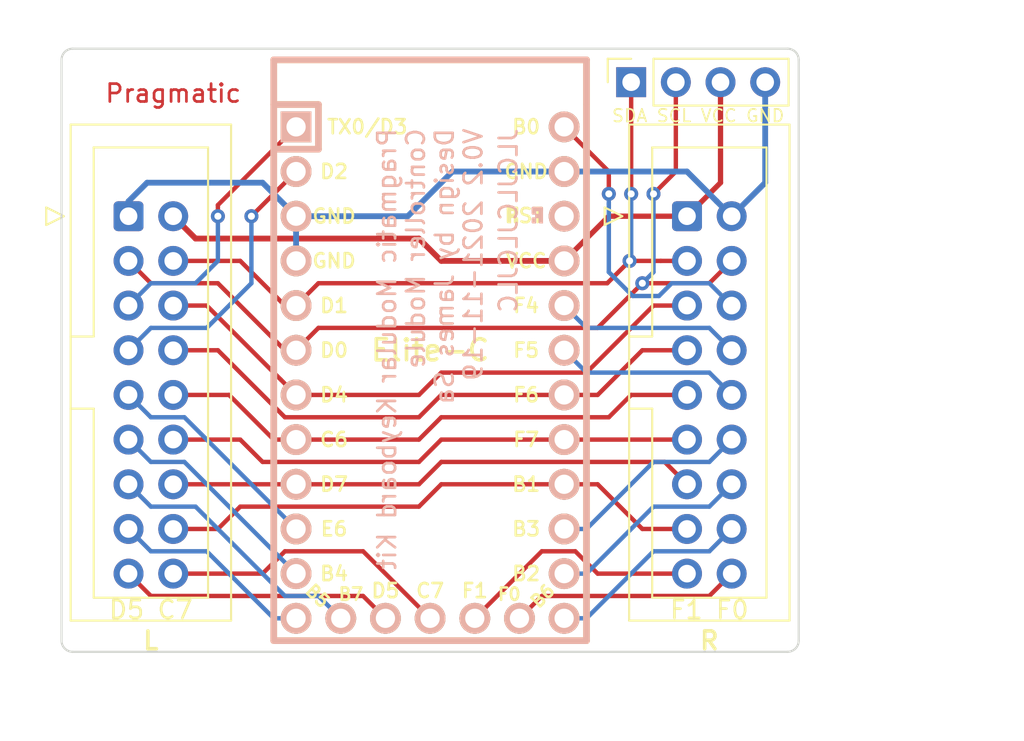
<source format=kicad_pcb>
(kicad_pcb (version 20171130) (host pcbnew "(5.1.12-1-10_14)")

  (general
    (thickness 1.6)
    (drawings 20)
    (tracks 163)
    (zones 0)
    (modules 6)
    (nets 27)
  )

  (page A4)
  (title_block
    (title "Pragmatic Kit - Brain Module")
    (date 2021-11-08)
    (rev V0.1)
    (company "James Sa")
  )

  (layers
    (0 F.Cu signal)
    (31 B.Cu signal)
    (32 B.Adhes user)
    (33 F.Adhes user)
    (34 B.Paste user)
    (35 F.Paste user)
    (36 B.SilkS user hide)
    (37 F.SilkS user hide)
    (38 B.Mask user)
    (39 F.Mask user)
    (40 Dwgs.User user)
    (41 Cmts.User user)
    (42 Eco1.User user)
    (43 Eco2.User user)
    (44 Edge.Cuts user)
    (45 Margin user)
    (46 B.CrtYd user)
    (47 F.CrtYd user)
    (48 B.Fab user)
    (49 F.Fab user)
  )

  (setup
    (last_trace_width 0.25)
    (trace_clearance 0.2)
    (zone_clearance 0.508)
    (zone_45_only no)
    (trace_min 0.2)
    (via_size 0.8)
    (via_drill 0.4)
    (via_min_size 0.4)
    (via_min_drill 0.3)
    (uvia_size 0.3)
    (uvia_drill 0.1)
    (uvias_allowed no)
    (uvia_min_size 0.2)
    (uvia_min_drill 0.1)
    (edge_width 0.12)
    (segment_width 0.12)
    (pcb_text_width 0.3)
    (pcb_text_size 1.5 1.5)
    (mod_edge_width 0.12)
    (mod_text_size 1 1)
    (mod_text_width 0.15)
    (pad_size 1.524 1.524)
    (pad_drill 0.762)
    (pad_to_mask_clearance 0)
    (aux_axis_origin 0 0)
    (visible_elements FFFFFF7F)
    (pcbplotparams
      (layerselection 0x010f0_ffffffff)
      (usegerberextensions true)
      (usegerberattributes true)
      (usegerberadvancedattributes false)
      (creategerberjobfile false)
      (excludeedgelayer true)
      (linewidth 0.100000)
      (plotframeref false)
      (viasonmask false)
      (mode 1)
      (useauxorigin false)
      (hpglpennumber 1)
      (hpglpenspeed 20)
      (hpglpendiameter 15.000000)
      (psnegative false)
      (psa4output false)
      (plotreference true)
      (plotvalue true)
      (plotinvisibletext false)
      (padsonsilk false)
      (subtractmaskfromsilk true)
      (outputformat 1)
      (mirror false)
      (drillshape 0)
      (scaleselection 1)
      (outputdirectory "Gerber/"))
  )

  (net 0 "")
  (net 1 Row1)
  (net 2 Col1)
  (net 3 VCC)
  (net 4 Col9)
  (net 5 Col8)
  (net 6 Col7)
  (net 7 Row3)
  (net 8 Row5)
  (net 9 Row6)
  (net 10 Row4)
  (net 11 Col6)
  (net 12 Col5)
  (net 13 Col4)
  (net 14 Col3)
  (net 15 Col2)
  (net 16 Row2)
  (net 17 Col12)
  (net 18 Col11)
  (net 19 Col10)
  (net 20 GND)
  (net 21 SDA)
  (net 22 SCL)
  (net 23 "Net-(J4-Pad2)")
  (net 24 "Net-(J4-Pad1)")
  (net 25 "Net-(J5-Pad2)")
  (net 26 "Net-(J5-Pad1)")

  (net_class Default "This is the default net class."
    (clearance 0.2)
    (trace_width 0.25)
    (via_dia 0.8)
    (via_drill 0.4)
    (uvia_dia 0.3)
    (uvia_drill 0.1)
    (add_net Col1)
    (add_net Col10)
    (add_net Col11)
    (add_net Col12)
    (add_net Col2)
    (add_net Col3)
    (add_net Col4)
    (add_net Col5)
    (add_net Col6)
    (add_net Col7)
    (add_net Col8)
    (add_net Col9)
    (add_net "Net-(J4-Pad1)")
    (add_net "Net-(J4-Pad2)")
    (add_net "Net-(J5-Pad1)")
    (add_net "Net-(J5-Pad2)")
    (add_net Row1)
    (add_net Row2)
    (add_net Row3)
    (add_net Row4)
    (add_net Row5)
    (add_net Row6)
    (add_net SCL)
    (add_net SDA)
  )

  (net_class Power ""
    (clearance 0.2)
    (trace_width 0.3302)
    (via_dia 0.8)
    (via_drill 0.4)
    (uvia_dia 0.3)
    (uvia_drill 0.1)
    (add_net GND)
    (add_net VCC)
  )

  (module Pragmatic:PinHolder_1x02_P2.54mm_Vertical (layer F.Cu) (tedit 61975EB8) (tstamp 6198E9E3)
    (at 154.305 74.93 90)
    (descr "Through hole straight pin holder, 1x02, 2.54mm pitch, single row")
    (tags "Through hole pin header THT 1x02 2.54mm single row")
    (path /619DB212)
    (fp_text reference J5 (at 0 -2.33 90) (layer F.SilkS) hide
      (effects (font (size 1 1) (thickness 0.15)))
    )
    (fp_text value Conn_01x02_Male (at 0 4.87 90) (layer F.Fab)
      (effects (font (size 1 1) (thickness 0.15)))
    )
    (fp_line (start -1.27 -0.635) (end -0.635 -1.27) (layer F.Fab) (width 0.1))
    (fp_line (start -1.27 3.81) (end -1.27 -0.635) (layer F.Fab) (width 0.1))
    (fp_line (start 1.27 3.81) (end -1.27 3.81) (layer F.Fab) (width 0.1))
    (fp_line (start 1.27 -1.27) (end 1.27 3.81) (layer F.Fab) (width 0.1))
    (fp_line (start -0.635 -1.27) (end 1.27 -1.27) (layer F.Fab) (width 0.1))
    (fp_text user %R (at 0 1.27) (layer F.Fab)
      (effects (font (size 1 1) (thickness 0.15)))
    )
    (pad 2 thru_hole oval (at 0 2.54 90) (size 1.7 1.7) (drill 1) (layers *.Cu *.Mask)
      (net 25 "Net-(J5-Pad2)"))
    (pad 1 thru_hole circle (at 0 0 90) (size 1.7 1.7) (drill 1) (layers *.Cu *.Mask)
      (net 26 "Net-(J5-Pad1)"))
    (model ${KISYS3DMOD}/Connector_PinHeader_2.54mm.3dshapes/PinHeader_1x02_P2.54mm_Vertical.wrl
      (at (xyz 0 0 0))
      (scale (xyz 1 1 1))
      (rotate (xyz 0 0 0))
    )
  )

  (module Pragmatic:PinHolder_1x02_P2.54mm_Vertical (layer F.Cu) (tedit 61975E6E) (tstamp 6198E9CD)
    (at 122.555 74.93 90)
    (descr "Through hole straight pin holder, 1x02, 2.54mm pitch, single row")
    (tags "Through hole pin header THT 1x02 2.54mm single row")
    (path /619D981A)
    (fp_text reference J4 (at 0 -2.33 90) (layer F.SilkS) hide
      (effects (font (size 1 1) (thickness 0.15)))
    )
    (fp_text value Conn_01x02_Male (at 0 4.87 90) (layer F.Fab)
      (effects (font (size 1 1) (thickness 0.15)))
    )
    (fp_line (start -0.635 -1.27) (end 1.27 -1.27) (layer F.Fab) (width 0.1))
    (fp_line (start 1.27 -1.27) (end 1.27 3.81) (layer F.Fab) (width 0.1))
    (fp_line (start 1.27 3.81) (end -1.27 3.81) (layer F.Fab) (width 0.1))
    (fp_line (start -1.27 3.81) (end -1.27 -0.635) (layer F.Fab) (width 0.1))
    (fp_line (start -1.27 -0.635) (end -0.635 -1.27) (layer F.Fab) (width 0.1))
    (fp_text user %R (at 0 1.27) (layer F.Fab)
      (effects (font (size 1 1) (thickness 0.15)))
    )
    (pad 2 thru_hole oval (at 0 2.54 90) (size 1.7 1.7) (drill 1) (layers *.Cu *.Mask)
      (net 23 "Net-(J4-Pad2)"))
    (pad 1 thru_hole circle (at 0 0 90) (size 1.7 1.7) (drill 1) (layers *.Cu *.Mask)
      (net 24 "Net-(J4-Pad1)"))
    (model ${KISYS3DMOD}/Connector_PinHeader_2.54mm.3dshapes/PinHeader_1x02_P2.54mm_Vertical.wrl
      (at (xyz 0 0 0))
      (scale (xyz 1 1 1))
      (rotate (xyz 0 0 0))
    )
  )

  (module Connector_IDC:IDC-Header_2x08_P2.54mm_Vertical (layer F.Cu) (tedit 5EAC9A07) (tstamp 61864491)
    (at 154.305 54.61)
    (descr "Through hole IDC box header, 2x08, 2.54mm pitch, DIN 41651 / IEC 60603-13, double rows, https://docs.google.com/spreadsheets/d/16SsEcesNF15N3Lb4niX7dcUr-NY5_MFPQhobNuNppn4/edit#gid=0")
    (tags "Through hole vertical IDC box header THT 2x08 2.54mm double row")
    (path /618692F3)
    (fp_text reference J2 (at 1.27 -6.1) (layer F.SilkS) hide
      (effects (font (size 1 1) (thickness 0.15)))
    )
    (fp_text value "2X8P IDC Connector Header Pitch 2.54mm" (at 1.27 24.13) (layer Cmts.User) hide
      (effects (font (size 1.27 1.27) (thickness 0.2032)))
    )
    (fp_line (start -3.18 -4.1) (end -2.18 -5.1) (layer F.Fab) (width 0.1))
    (fp_line (start -2.18 -5.1) (end 5.72 -5.1) (layer F.Fab) (width 0.1))
    (fp_line (start 5.72 -5.1) (end 5.72 22.88) (layer F.Fab) (width 0.1))
    (fp_line (start 5.72 22.88) (end -3.18 22.88) (layer F.Fab) (width 0.1))
    (fp_line (start -3.18 22.88) (end -3.18 -4.1) (layer F.Fab) (width 0.1))
    (fp_line (start -3.18 6.84) (end -1.98 6.84) (layer F.Fab) (width 0.1))
    (fp_line (start -1.98 6.84) (end -1.98 -3.91) (layer F.Fab) (width 0.1))
    (fp_line (start -1.98 -3.91) (end 4.52 -3.91) (layer F.Fab) (width 0.1))
    (fp_line (start 4.52 -3.91) (end 4.52 21.69) (layer F.Fab) (width 0.1))
    (fp_line (start 4.52 21.69) (end -1.98 21.69) (layer F.Fab) (width 0.1))
    (fp_line (start -1.98 21.69) (end -1.98 10.94) (layer F.Fab) (width 0.1))
    (fp_line (start -1.98 10.94) (end -1.98 10.94) (layer F.Fab) (width 0.1))
    (fp_line (start -1.98 10.94) (end -3.18 10.94) (layer F.Fab) (width 0.1))
    (fp_line (start -3.29 -5.21) (end 5.83 -5.21) (layer F.SilkS) (width 0.12))
    (fp_line (start 5.83 -5.21) (end 5.83 22.99) (layer F.SilkS) (width 0.12))
    (fp_line (start 5.83 22.99) (end -3.29 22.99) (layer F.SilkS) (width 0.12))
    (fp_line (start -3.29 22.99) (end -3.29 -5.21) (layer F.SilkS) (width 0.12))
    (fp_line (start -3.29 6.84) (end -1.98 6.84) (layer F.SilkS) (width 0.12))
    (fp_line (start -1.98 6.84) (end -1.98 -3.91) (layer F.SilkS) (width 0.12))
    (fp_line (start -1.98 -3.91) (end 4.52 -3.91) (layer F.SilkS) (width 0.12))
    (fp_line (start 4.52 -3.91) (end 4.52 21.69) (layer F.SilkS) (width 0.12))
    (fp_line (start 4.52 21.69) (end -1.98 21.69) (layer F.SilkS) (width 0.12))
    (fp_line (start -1.98 21.69) (end -1.98 10.94) (layer F.SilkS) (width 0.12))
    (fp_line (start -1.98 10.94) (end -1.98 10.94) (layer F.SilkS) (width 0.12))
    (fp_line (start -1.98 10.94) (end -3.29 10.94) (layer F.SilkS) (width 0.12))
    (fp_line (start -3.68 0) (end -4.68 -0.5) (layer F.SilkS) (width 0.12))
    (fp_line (start -4.68 -0.5) (end -4.68 0.5) (layer F.SilkS) (width 0.12))
    (fp_line (start -4.68 0.5) (end -3.68 0) (layer F.SilkS) (width 0.12))
    (fp_line (start -3.68 -5.6) (end -3.68 23.38) (layer F.CrtYd) (width 0.05))
    (fp_line (start -3.68 23.38) (end 6.22 23.38) (layer F.CrtYd) (width 0.05))
    (fp_line (start 6.22 23.38) (end 6.22 -5.6) (layer F.CrtYd) (width 0.05))
    (fp_line (start 6.22 -5.6) (end -3.68 -5.6) (layer F.CrtYd) (width 0.05))
    (fp_text user %R (at 1.27 8.89 90) (layer F.Fab)
      (effects (font (size 1 1) (thickness 0.15)))
    )
    (pad 16 thru_hole circle (at 2.54 17.78) (size 1.7 1.7) (drill 1) (layers *.Cu *.Mask)
      (net 6 Col7))
    (pad 14 thru_hole circle (at 2.54 15.24) (size 1.7 1.7) (drill 1) (layers *.Cu *.Mask)
      (net 5 Col8))
    (pad 12 thru_hole circle (at 2.54 12.7) (size 1.7 1.7) (drill 1) (layers *.Cu *.Mask)
      (net 4 Col9))
    (pad 10 thru_hole circle (at 2.54 10.16) (size 1.7 1.7) (drill 1) (layers *.Cu *.Mask)
      (net 19 Col10))
    (pad 8 thru_hole circle (at 2.54 7.62) (size 1.7 1.7) (drill 1) (layers *.Cu *.Mask)
      (net 18 Col11))
    (pad 6 thru_hole circle (at 2.54 5.08) (size 1.7 1.7) (drill 1) (layers *.Cu *.Mask)
      (net 17 Col12))
    (pad 4 thru_hole circle (at 2.54 2.54) (size 1.7 1.7) (drill 1) (layers *.Cu *.Mask)
      (net 22 SCL))
    (pad 2 thru_hole circle (at 2.54 0) (size 1.7 1.7) (drill 1) (layers *.Cu *.Mask)
      (net 20 GND))
    (pad 15 thru_hole circle (at 0 17.78) (size 1.7 1.7) (drill 1) (layers *.Cu *.Mask)
      (net 9 Row6))
    (pad 13 thru_hole circle (at 0 15.24) (size 1.7 1.7) (drill 1) (layers *.Cu *.Mask)
      (net 8 Row5))
    (pad 11 thru_hole circle (at 0 12.7) (size 1.7 1.7) (drill 1) (layers *.Cu *.Mask)
      (net 10 Row4))
    (pad 9 thru_hole circle (at 0 10.16) (size 1.7 1.7) (drill 1) (layers *.Cu *.Mask)
      (net 7 Row3))
    (pad 7 thru_hole circle (at 0 7.62) (size 1.7 1.7) (drill 1) (layers *.Cu *.Mask)
      (net 16 Row2))
    (pad 5 thru_hole circle (at 0 5.08) (size 1.7 1.7) (drill 1) (layers *.Cu *.Mask)
      (net 1 Row1))
    (pad 3 thru_hole circle (at 0 2.54) (size 1.7 1.7) (drill 1) (layers *.Cu *.Mask)
      (net 21 SDA))
    (pad 1 thru_hole roundrect (at 0 0) (size 1.7 1.7) (drill 1) (layers *.Cu *.Mask) (roundrect_rratio 0.147059)
      (net 3 VCC))
    (model ${KISYS3DMOD}/Connector_IDC.3dshapes/IDC-Header_2x08_P2.54mm_Vertical.wrl
      (at (xyz 0 0 0))
      (scale (xyz 1 1 1))
      (rotate (xyz 0 0 0))
    )
  )

  (module Connector_IDC:IDC-Header_2x08_P2.54mm_Vertical (layer F.Cu) (tedit 5EAC9A07) (tstamp 6186445E)
    (at 122.555 54.61)
    (descr "Through hole IDC box header, 2x08, 2.54mm pitch, DIN 41651 / IEC 60603-13, double rows, https://docs.google.com/spreadsheets/d/16SsEcesNF15N3Lb4niX7dcUr-NY5_MFPQhobNuNppn4/edit#gid=0")
    (tags "Through hole vertical IDC box header THT 2x08 2.54mm double row")
    (path /61867C1C)
    (fp_text reference J1 (at 1.27 -6.1) (layer F.SilkS) hide
      (effects (font (size 1 1) (thickness 0.15)))
    )
    (fp_text value "2X8P IDC Connector Header Pitch 2.54mm" (at 1.27 24.13) (layer Cmts.User) hide
      (effects (font (size 1.27 1.27) (thickness 0.2032)))
    )
    (fp_line (start -3.18 -4.1) (end -2.18 -5.1) (layer F.Fab) (width 0.1))
    (fp_line (start -2.18 -5.1) (end 5.72 -5.1) (layer F.Fab) (width 0.1))
    (fp_line (start 5.72 -5.1) (end 5.72 22.88) (layer F.Fab) (width 0.1))
    (fp_line (start 5.72 22.88) (end -3.18 22.88) (layer F.Fab) (width 0.1))
    (fp_line (start -3.18 22.88) (end -3.18 -4.1) (layer F.Fab) (width 0.1))
    (fp_line (start -3.18 6.84) (end -1.98 6.84) (layer F.Fab) (width 0.1))
    (fp_line (start -1.98 6.84) (end -1.98 -3.91) (layer F.Fab) (width 0.1))
    (fp_line (start -1.98 -3.91) (end 4.52 -3.91) (layer F.Fab) (width 0.1))
    (fp_line (start 4.52 -3.91) (end 4.52 21.69) (layer F.Fab) (width 0.1))
    (fp_line (start 4.52 21.69) (end -1.98 21.69) (layer F.Fab) (width 0.1))
    (fp_line (start -1.98 21.69) (end -1.98 10.94) (layer F.Fab) (width 0.1))
    (fp_line (start -1.98 10.94) (end -1.98 10.94) (layer F.Fab) (width 0.1))
    (fp_line (start -1.98 10.94) (end -3.18 10.94) (layer F.Fab) (width 0.1))
    (fp_line (start -3.29 -5.21) (end 5.83 -5.21) (layer F.SilkS) (width 0.12))
    (fp_line (start 5.83 -5.21) (end 5.83 22.99) (layer F.SilkS) (width 0.12))
    (fp_line (start 5.83 22.99) (end -3.29 22.99) (layer F.SilkS) (width 0.12))
    (fp_line (start -3.29 22.99) (end -3.29 -5.21) (layer F.SilkS) (width 0.12))
    (fp_line (start -3.29 6.84) (end -1.98 6.84) (layer F.SilkS) (width 0.12))
    (fp_line (start -1.98 6.84) (end -1.98 -3.91) (layer F.SilkS) (width 0.12))
    (fp_line (start -1.98 -3.91) (end 4.52 -3.91) (layer F.SilkS) (width 0.12))
    (fp_line (start 4.52 -3.91) (end 4.52 21.69) (layer F.SilkS) (width 0.12))
    (fp_line (start 4.52 21.69) (end -1.98 21.69) (layer F.SilkS) (width 0.12))
    (fp_line (start -1.98 21.69) (end -1.98 10.94) (layer F.SilkS) (width 0.12))
    (fp_line (start -1.98 10.94) (end -1.98 10.94) (layer F.SilkS) (width 0.12))
    (fp_line (start -1.98 10.94) (end -3.29 10.94) (layer F.SilkS) (width 0.12))
    (fp_line (start -3.68 0) (end -4.68 -0.5) (layer F.SilkS) (width 0.12))
    (fp_line (start -4.68 -0.5) (end -4.68 0.5) (layer F.SilkS) (width 0.12))
    (fp_line (start -4.68 0.5) (end -3.68 0) (layer F.SilkS) (width 0.12))
    (fp_line (start -3.68 -5.6) (end -3.68 23.38) (layer F.CrtYd) (width 0.05))
    (fp_line (start -3.68 23.38) (end 6.22 23.38) (layer F.CrtYd) (width 0.05))
    (fp_line (start 6.22 23.38) (end 6.22 -5.6) (layer F.CrtYd) (width 0.05))
    (fp_line (start 6.22 -5.6) (end -3.68 -5.6) (layer F.CrtYd) (width 0.05))
    (fp_text user %R (at 1.27 8.89 90) (layer F.Fab)
      (effects (font (size 1 1) (thickness 0.15)))
    )
    (pad 16 thru_hole circle (at 2.54 17.78) (size 1.7 1.7) (drill 1) (layers *.Cu *.Mask)
      (net 9 Row6))
    (pad 14 thru_hole circle (at 2.54 15.24) (size 1.7 1.7) (drill 1) (layers *.Cu *.Mask)
      (net 8 Row5))
    (pad 12 thru_hole circle (at 2.54 12.7) (size 1.7 1.7) (drill 1) (layers *.Cu *.Mask)
      (net 10 Row4))
    (pad 10 thru_hole circle (at 2.54 10.16) (size 1.7 1.7) (drill 1) (layers *.Cu *.Mask)
      (net 7 Row3))
    (pad 8 thru_hole circle (at 2.54 7.62) (size 1.7 1.7) (drill 1) (layers *.Cu *.Mask)
      (net 16 Row2))
    (pad 6 thru_hole circle (at 2.54 5.08) (size 1.7 1.7) (drill 1) (layers *.Cu *.Mask)
      (net 1 Row1))
    (pad 4 thru_hole circle (at 2.54 2.54) (size 1.7 1.7) (drill 1) (layers *.Cu *.Mask)
      (net 21 SDA))
    (pad 2 thru_hole circle (at 2.54 0) (size 1.7 1.7) (drill 1) (layers *.Cu *.Mask)
      (net 3 VCC))
    (pad 15 thru_hole circle (at 0 17.78) (size 1.7 1.7) (drill 1) (layers *.Cu *.Mask)
      (net 11 Col6))
    (pad 13 thru_hole circle (at 0 15.24) (size 1.7 1.7) (drill 1) (layers *.Cu *.Mask)
      (net 12 Col5))
    (pad 11 thru_hole circle (at 0 12.7) (size 1.7 1.7) (drill 1) (layers *.Cu *.Mask)
      (net 13 Col4))
    (pad 9 thru_hole circle (at 0 10.16) (size 1.7 1.7) (drill 1) (layers *.Cu *.Mask)
      (net 14 Col3))
    (pad 7 thru_hole circle (at 0 7.62) (size 1.7 1.7) (drill 1) (layers *.Cu *.Mask)
      (net 15 Col2))
    (pad 5 thru_hole circle (at 0 5.08) (size 1.7 1.7) (drill 1) (layers *.Cu *.Mask)
      (net 2 Col1))
    (pad 3 thru_hole circle (at 0 2.54) (size 1.7 1.7) (drill 1) (layers *.Cu *.Mask)
      (net 22 SCL))
    (pad 1 thru_hole roundrect (at 0 0) (size 1.7 1.7) (drill 1) (layers *.Cu *.Mask) (roundrect_rratio 0.147059)
      (net 20 GND))
    (model ${KISYS3DMOD}/Connector_IDC.3dshapes/IDC-Header_2x08_P2.54mm_Vertical.wrl
      (at (xyz 0 0 0))
      (scale (xyz 1 1 1))
      (rotate (xyz 0 0 0))
    )
  )

  (module Pragmatic:Elite-C (layer F.Cu) (tedit 61971A28) (tstamp 619724AA)
    (at 139.7 63.5 270)
    (descr "B5 fixed")
    (path /61971BB3)
    (fp_text reference U1 (at 0 1.625 270) (layer F.SilkS) hide
      (effects (font (size 1.2 1.2) (thickness 0.2032)))
    )
    (fp_text value Elite-C (at -1.27 0) (layer F.SilkS)
      (effects (font (size 1.2 1.2) (thickness 0.2032)))
    )
    (fp_line (start -12.7 6.35) (end -12.7 8.89) (layer B.SilkS) (width 0.381))
    (fp_line (start -15.24 6.35) (end -12.7 6.35) (layer B.SilkS) (width 0.381))
    (fp_line (start -15.24 8.89) (end 15.24 8.89) (layer F.SilkS) (width 0.381))
    (fp_line (start 15.24 8.89) (end 15.24 -8.89) (layer F.SilkS) (width 0.381))
    (fp_line (start 15.24 -8.89) (end -15.24 -8.89) (layer F.SilkS) (width 0.381))
    (fp_line (start -15.24 6.35) (end -12.7 6.35) (layer F.SilkS) (width 0.381))
    (fp_line (start -12.7 6.35) (end -12.7 8.89) (layer F.SilkS) (width 0.381))
    (fp_poly (pts (xy -9.36064 -4.931568) (xy -9.06064 -4.931568) (xy -9.06064 -4.831568) (xy -9.36064 -4.831568)) (layer F.SilkS) (width 0.15))
    (fp_poly (pts (xy -8.96064 -4.731568) (xy -8.86064 -4.731568) (xy -8.86064 -4.631568) (xy -8.96064 -4.631568)) (layer F.SilkS) (width 0.15))
    (fp_poly (pts (xy -9.36064 -4.931568) (xy -9.26064 -4.931568) (xy -9.26064 -4.431568) (xy -9.36064 -4.431568)) (layer F.SilkS) (width 0.15))
    (fp_poly (pts (xy -9.36064 -4.531568) (xy -8.56064 -4.531568) (xy -8.56064 -4.431568) (xy -9.36064 -4.431568)) (layer F.SilkS) (width 0.15))
    (fp_poly (pts (xy -8.76064 -4.931568) (xy -8.56064 -4.931568) (xy -8.56064 -4.831568) (xy -8.76064 -4.831568)) (layer F.SilkS) (width 0.15))
    (fp_poly (pts (xy -8.95097 -6.044635) (xy -8.85097 -6.044635) (xy -8.85097 -6.144635) (xy -8.95097 -6.144635)) (layer B.SilkS) (width 0.15))
    (fp_poly (pts (xy -9.35097 -6.244635) (xy -8.55097 -6.244635) (xy -8.55097 -6.344635) (xy -9.35097 -6.344635)) (layer B.SilkS) (width 0.15))
    (fp_poly (pts (xy -8.75097 -5.844635) (xy -8.55097 -5.844635) (xy -8.55097 -5.944635) (xy -8.75097 -5.944635)) (layer B.SilkS) (width 0.15))
    (fp_poly (pts (xy -9.35097 -5.844635) (xy -9.05097 -5.844635) (xy -9.05097 -5.944635) (xy -9.35097 -5.944635)) (layer B.SilkS) (width 0.15))
    (fp_poly (pts (xy -9.35097 -5.844635) (xy -9.25097 -5.844635) (xy -9.25097 -6.344635) (xy -9.35097 -6.344635)) (layer B.SilkS) (width 0.15))
    (fp_line (start 15.24 -8.89) (end -17.78 -8.89) (layer B.SilkS) (width 0.381))
    (fp_line (start 15.24 8.89) (end 15.24 -8.89) (layer B.SilkS) (width 0.381))
    (fp_line (start -17.78 8.89) (end 15.24 8.89) (layer B.SilkS) (width 0.381))
    (fp_line (start -17.78 -8.89) (end -17.78 8.89) (layer B.SilkS) (width 0.381))
    (fp_line (start -15.24 -8.89) (end -17.78 -8.89) (layer F.SilkS) (width 0.381))
    (fp_line (start -17.78 -8.89) (end -17.78 8.89) (layer F.SilkS) (width 0.381))
    (fp_line (start -17.78 8.89) (end -15.24 8.89) (layer F.SilkS) (width 0.381))
    (fp_line (start -14.224 -3.556) (end -14.224 3.81) (layer Dwgs.User) (width 0.2))
    (fp_line (start -14.224 3.81) (end -19.304 3.81) (layer Dwgs.User) (width 0.2))
    (fp_line (start -19.304 3.81) (end -19.304 -3.556) (layer Dwgs.User) (width 0.2))
    (fp_line (start -19.304 -3.556) (end -14.224 -3.556) (layer Dwgs.User) (width 0.2))
    (fp_line (start -15.24 6.35) (end -15.24 8.89) (layer B.SilkS) (width 0.381))
    (fp_line (start -15.24 6.35) (end -15.24 8.89) (layer F.SilkS) (width 0.381))
    (fp_text user D5 (at 12.4 2.54 180) (layer B.SilkS) hide
      (effects (font (size 0.8 0.8) (thickness 0.15)) (justify mirror))
    )
    (fp_text user D5 (at 12.4 2.54 180) (layer F.SilkS)
      (effects (font (size 0.8 0.8) (thickness 0.15)))
    )
    (fp_text user F1 (at 12.4 -2.54 180) (layer F.SilkS)
      (effects (font (size 0.8 0.8) (thickness 0.15)))
    )
    (fp_text user F1 (at 12.4 -2.54 180) (layer B.SilkS) hide
      (effects (font (size 0.8 0.8) (thickness 0.15)) (justify mirror))
    )
    (fp_text user C7 (at 12.4 0 180) (layer B.SilkS) hide
      (effects (font (size 0.8 0.8) (thickness 0.15)) (justify mirror))
    )
    (fp_text user C7 (at 12.4 0 180) (layer F.SilkS)
      (effects (font (size 0.8 0.8) (thickness 0.15)))
    )
    (fp_text user B6 (at 12.7 -6.4 45 unlocked) (layer B.SilkS) hide
      (effects (font (size 0.7 0.7) (thickness 0.15)) (justify mirror))
    )
    (fp_text user B6 (at 12.7 -6.4 45 unlocked) (layer F.SilkS)
      (effects (font (size 0.7 0.7) (thickness 0.15)))
    )
    (fp_text user F0 (at 12.6 -4.5 180) (layer F.SilkS)
      (effects (font (size 0.7 0.7) (thickness 0.15)))
    )
    (fp_text user F0 (at 12.6 -4.5 180) (layer B.SilkS) hide
      (effects (font (size 0.7 0.7) (thickness 0.15)) (justify mirror))
    )
    (fp_text user B7 (at 12.6 4.5 180) (layer B.SilkS) hide
      (effects (font (size 0.7 0.7) (thickness 0.15)) (justify mirror))
    )
    (fp_text user B7 (at 12.6 4.5 180) (layer F.SilkS)
      (effects (font (size 0.7 0.7) (thickness 0.15)))
    )
    (fp_text user ST (at -8.91 -5.04 180) (layer B.SilkS) hide
      (effects (font (size 0.8 0.8) (thickness 0.15)) (justify mirror))
    )
    (fp_text user TX0/D3 (at -13.97 3.571872 180) (layer F.SilkS)
      (effects (font (size 0.8 0.8) (thickness 0.15)))
    )
    (fp_text user TX0/D3 (at -13.97 3.571872 180) (layer B.SilkS) hide
      (effects (font (size 0.8 0.8) (thickness 0.15)) (justify mirror))
    )
    (fp_text user D2 (at -11.43 5.461 180) (layer F.SilkS)
      (effects (font (size 0.8 0.8) (thickness 0.15)))
    )
    (fp_text user D0 (at -1.27 5.461 180) (layer F.SilkS)
      (effects (font (size 0.8 0.8) (thickness 0.15)))
    )
    (fp_text user D1 (at -3.81 5.461 180) (layer F.SilkS)
      (effects (font (size 0.8 0.8) (thickness 0.15)))
    )
    (fp_text user GND (at -6.35 5.461 180) (layer F.SilkS)
      (effects (font (size 0.8 0.8) (thickness 0.15)))
    )
    (fp_text user GND (at -8.89 5.461 180) (layer F.SilkS)
      (effects (font (size 0.8 0.8) (thickness 0.15)))
    )
    (fp_text user D4 (at 1.27 5.461 180) (layer F.SilkS)
      (effects (font (size 0.8 0.8) (thickness 0.15)))
    )
    (fp_text user C6 (at 3.81 5.461 180) (layer F.SilkS)
      (effects (font (size 0.8 0.8) (thickness 0.15)))
    )
    (fp_text user D7 (at 6.35 5.461 180) (layer F.SilkS)
      (effects (font (size 0.8 0.8) (thickness 0.15)))
    )
    (fp_text user E6 (at 8.89 5.461 180) (layer F.SilkS)
      (effects (font (size 0.8 0.8) (thickness 0.15)))
    )
    (fp_text user B4 (at 11.43 5.461 180) (layer F.SilkS)
      (effects (font (size 0.8 0.8) (thickness 0.15)))
    )
    (fp_text user B5 (at 12.7 6.4 135) (layer F.SilkS)
      (effects (font (size 0.7 0.7) (thickness 0.15)))
    )
    (fp_text user B2 (at 11.43 -5.461 180) (layer B.SilkS) hide
      (effects (font (size 0.8 0.8) (thickness 0.15)) (justify mirror))
    )
    (fp_text user B3 (at 8.89 -5.461 180) (layer F.SilkS)
      (effects (font (size 0.8 0.8) (thickness 0.15)))
    )
    (fp_text user B1 (at 6.35 -5.461 180) (layer F.SilkS)
      (effects (font (size 0.8 0.8) (thickness 0.15)))
    )
    (fp_text user F7 (at 3.81 -5.461 180) (layer B.SilkS) hide
      (effects (font (size 0.8 0.8) (thickness 0.15)) (justify mirror))
    )
    (fp_text user F6 (at 1.27 -5.461 180) (layer B.SilkS) hide
      (effects (font (size 0.8 0.8) (thickness 0.15)) (justify mirror))
    )
    (fp_text user F5 (at -1.27 -5.461 180) (layer B.SilkS) hide
      (effects (font (size 0.8 0.8) (thickness 0.15)) (justify mirror))
    )
    (fp_text user F4 (at -3.81 -5.461 180) (layer F.SilkS)
      (effects (font (size 0.8 0.8) (thickness 0.15)))
    )
    (fp_text user VCC (at -6.35 -5.461 180) (layer F.SilkS)
      (effects (font (size 0.8 0.8) (thickness 0.15)))
    )
    (fp_text user ST (at -8.92 -5.73312 180) (layer F.SilkS)
      (effects (font (size 0.8 0.8) (thickness 0.15)))
    )
    (fp_text user GND (at -11.43 -5.461 180) (layer F.SilkS)
      (effects (font (size 0.8 0.8) (thickness 0.15)))
    )
    (fp_text user B0 (at -13.97 -5.461 180) (layer F.SilkS)
      (effects (font (size 0.8 0.8) (thickness 0.15)))
    )
    (fp_text user B0 (at -13.97 -5.461 180) (layer B.SilkS) hide
      (effects (font (size 0.8 0.8) (thickness 0.15)) (justify mirror))
    )
    (fp_text user GND (at -11.43 -5.461 180) (layer B.SilkS) hide
      (effects (font (size 0.8 0.8) (thickness 0.15)) (justify mirror))
    )
    (fp_text user VCC (at -6.35 -5.461 180) (layer B.SilkS) hide
      (effects (font (size 0.8 0.8) (thickness 0.15)) (justify mirror))
    )
    (fp_text user F4 (at -3.81 -5.461 180) (layer B.SilkS) hide
      (effects (font (size 0.8 0.8) (thickness 0.15)) (justify mirror))
    )
    (fp_text user F5 (at -1.27 -5.461 180) (layer F.SilkS)
      (effects (font (size 0.8 0.8) (thickness 0.15)))
    )
    (fp_text user F6 (at 1.27 -5.461 180) (layer F.SilkS)
      (effects (font (size 0.8 0.8) (thickness 0.15)))
    )
    (fp_text user F7 (at 3.81 -5.461 180) (layer F.SilkS)
      (effects (font (size 0.8 0.8) (thickness 0.15)))
    )
    (fp_text user B1 (at 6.35 -5.461 180) (layer B.SilkS) hide
      (effects (font (size 0.8 0.8) (thickness 0.15)) (justify mirror))
    )
    (fp_text user B3 (at 8.89 -5.461 180) (layer B.SilkS) hide
      (effects (font (size 0.8 0.8) (thickness 0.15)) (justify mirror))
    )
    (fp_text user B2 (at 11.43 -5.461 180) (layer F.SilkS)
      (effects (font (size 0.8 0.8) (thickness 0.15)))
    )
    (fp_text user B5 (at 12.7 6.4 135) (layer B.SilkS) hide
      (effects (font (size 0.7 0.7) (thickness 0.15)) (justify mirror))
    )
    (fp_text user B4 (at 11.43 5.461 180) (layer B.SilkS) hide
      (effects (font (size 0.8 0.8) (thickness 0.15)) (justify mirror))
    )
    (fp_text user E6 (at 8.89 5.461 180) (layer B.SilkS) hide
      (effects (font (size 0.8 0.8) (thickness 0.15)) (justify mirror))
    )
    (fp_text user D7 (at 6.35 5.461 180) (layer B.SilkS) hide
      (effects (font (size 0.8 0.8) (thickness 0.15)) (justify mirror))
    )
    (fp_text user C6 (at 3.81 5.461 180) (layer B.SilkS) hide
      (effects (font (size 0.8 0.8) (thickness 0.15)) (justify mirror))
    )
    (fp_text user D4 (at 1.27 5.461 180) (layer B.SilkS) hide
      (effects (font (size 0.8 0.8) (thickness 0.15)) (justify mirror))
    )
    (fp_text user GND (at -8.89 5.461 180) (layer B.SilkS) hide
      (effects (font (size 0.8 0.8) (thickness 0.15)) (justify mirror))
    )
    (fp_text user GND (at -6.35 5.461 180) (layer B.SilkS) hide
      (effects (font (size 0.8 0.8) (thickness 0.15)) (justify mirror))
    )
    (fp_text user D1 (at -3.81 5.461 180) (layer B.SilkS) hide
      (effects (font (size 0.8 0.8) (thickness 0.15)) (justify mirror))
    )
    (fp_text user D0 (at -1.27 5.461 180) (layer B.SilkS) hide
      (effects (font (size 0.8 0.8) (thickness 0.15)) (justify mirror))
    )
    (fp_text user D2 (at -11.43 5.461 180) (layer B.SilkS) hide
      (effects (font (size 0.8 0.8) (thickness 0.15)) (justify mirror))
    )
    (pad 25 thru_hole circle (at 13.97 5.08 270) (size 1.7526 1.7526) (drill 1.0922) (layers *.Cu *.SilkS *.Mask)
      (net 12 Col5))
    (pad 26 thru_hole circle (at 13.97 2.54 270) (size 1.7526 1.7526) (drill 1.0922) (layers *.Cu *.SilkS *.Mask)
      (net 24 "Net-(J4-Pad1)"))
    (pad 27 thru_hole circle (at 13.97 0 270) (size 1.7526 1.7526) (drill 1.0922) (layers *.Cu *.SilkS *.Mask)
      (net 23 "Net-(J4-Pad2)"))
    (pad 28 thru_hole circle (at 13.97 -2.54 270) (size 1.7526 1.7526) (drill 1.0922) (layers *.Cu *.SilkS *.Mask)
      (net 26 "Net-(J5-Pad1)"))
    (pad 29 thru_hole circle (at 13.97 -5.08 270) (size 1.7526 1.7526) (drill 1.0922) (layers *.Cu *.SilkS *.Mask)
      (net 25 "Net-(J5-Pad2)"))
    (pad 24 thru_hole circle (at -13.97 -7.62 270) (size 1.7526 1.7526) (drill 1.0922) (layers *.Cu *.SilkS *.Mask)
      (net 17 Col12))
    (pad 12 thru_hole circle (at 13.97 7.62 270) (size 1.7526 1.7526) (drill 1.0922) (layers *.Cu *.SilkS *.Mask)
      (net 11 Col6))
    (pad 23 thru_hole circle (at -11.43 -7.62 270) (size 1.7526 1.7526) (drill 1.0922) (layers *.Cu *.SilkS *.Mask)
      (net 20 GND))
    (pad 22 thru_hole circle (at -8.89 -7.62 270) (size 1.7526 1.7526) (drill 1.0922) (layers *.Cu *.SilkS *.Mask))
    (pad 21 thru_hole circle (at -6.35 -7.62 270) (size 1.7526 1.7526) (drill 1.0922) (layers *.Cu *.SilkS *.Mask)
      (net 3 VCC))
    (pad 20 thru_hole circle (at -3.81 -7.62 270) (size 1.7526 1.7526) (drill 1.0922) (layers *.Cu *.SilkS *.Mask)
      (net 18 Col11))
    (pad 19 thru_hole circle (at -1.27 -7.62 270) (size 1.7526 1.7526) (drill 1.0922) (layers *.Cu *.SilkS *.Mask)
      (net 19 Col10))
    (pad 18 thru_hole circle (at 1.27 -7.62 270) (size 1.7526 1.7526) (drill 1.0922) (layers *.Cu *.SilkS *.Mask)
      (net 16 Row2))
    (pad 17 thru_hole circle (at 3.81 -7.62 270) (size 1.7526 1.7526) (drill 1.0922) (layers *.Cu *.SilkS *.Mask)
      (net 10 Row4))
    (pad 16 thru_hole circle (at 6.35 -7.62 270) (size 1.7526 1.7526) (drill 1.0922) (layers *.Cu *.SilkS *.Mask)
      (net 9 Row6))
    (pad 15 thru_hole circle (at 8.89 -7.62 270) (size 1.7526 1.7526) (drill 1.0922) (layers *.Cu *.SilkS *.Mask)
      (net 4 Col9))
    (pad 14 thru_hole circle (at 11.43 -7.62 270) (size 1.7526 1.7526) (drill 1.0922) (layers *.Cu *.SilkS *.Mask)
      (net 5 Col8))
    (pad 13 thru_hole circle (at 13.97 -7.62 270) (size 1.7526 1.7526) (drill 1.0922) (layers *.Cu *.SilkS *.Mask)
      (net 6 Col7))
    (pad 11 thru_hole circle (at 11.43 7.62 270) (size 1.7526 1.7526) (drill 1.0922) (layers *.Cu *.SilkS *.Mask)
      (net 13 Col4))
    (pad 10 thru_hole circle (at 8.89 7.62 270) (size 1.7526 1.7526) (drill 1.0922) (layers *.Cu *.SilkS *.Mask)
      (net 14 Col3))
    (pad 9 thru_hole circle (at 6.35 7.62 270) (size 1.7526 1.7526) (drill 1.0922) (layers *.Cu *.SilkS *.Mask)
      (net 8 Row5))
    (pad 8 thru_hole circle (at 3.81 7.62 270) (size 1.7526 1.7526) (drill 1.0922) (layers *.Cu *.SilkS *.Mask)
      (net 7 Row3))
    (pad 7 thru_hole circle (at 1.27 7.62 270) (size 1.7526 1.7526) (drill 1.0922) (layers *.Cu *.SilkS *.Mask)
      (net 1 Row1))
    (pad 6 thru_hole circle (at -1.27 7.62 270) (size 1.7526 1.7526) (drill 1.0922) (layers *.Cu *.SilkS *.Mask)
      (net 22 SCL))
    (pad 5 thru_hole circle (at -3.81 7.62 270) (size 1.7526 1.7526) (drill 1.0922) (layers *.Cu *.SilkS *.Mask)
      (net 21 SDA))
    (pad 4 thru_hole circle (at -6.35 7.62 270) (size 1.7526 1.7526) (drill 1.0922) (layers *.Cu *.SilkS *.Mask)
      (net 20 GND))
    (pad 3 thru_hole circle (at -8.89 7.62 270) (size 1.7526 1.7526) (drill 1.0922) (layers *.Cu *.SilkS *.Mask)
      (net 20 GND))
    (pad 2 thru_hole circle (at -11.43 7.62 270) (size 1.7526 1.7526) (drill 1.0922) (layers *.Cu *.SilkS *.Mask)
      (net 15 Col2))
    (pad 1 thru_hole rect (at -13.97 7.62 270) (size 1.7526 1.7526) (drill 1.0922) (layers *.Cu *.SilkS *.Mask)
      (net 2 Col1))
    (model ${KISYS3DMOD}/Connector_PinSocket_2.54mm.3dshapes/PinSocket_1x12_P2.54mm_Vertical.wrl
      (offset (xyz 13.97 -8.128 0))
      (scale (xyz 1 1 1))
      (rotate (xyz 0 0 90))
    )
    (model ${KISYS3DMOD}/Connector_PinSocket_2.54mm.3dshapes/PinSocket_1x12_P2.54mm_Vertical.wrl
      (offset (xyz 13.97 7.62 0))
      (scale (xyz 1 1 1))
      (rotate (xyz 0 0 90))
    )
    (model ${KISYS3DMOD}/Connector_PinSocket_2.54mm.3dshapes/PinSocket_1x05_P2.54mm_Vertical.wrl
      (offset (xyz 14.224 5.08 0))
      (scale (xyz 1 1 1))
      (rotate (xyz 0 0 0))
    )
  )

  (module Connector_PinSocket_2.54mm:PinSocket_1x04_P2.54mm_Vertical (layer F.Cu) (tedit 5A19A429) (tstamp 6188AA4D)
    (at 151.13 46.99 90)
    (descr "Through hole straight socket strip, 1x04, 2.54mm pitch, single row (from Kicad 4.0.7), script generated")
    (tags "Through hole socket strip THT 1x04 2.54mm single row")
    (path /6189149E)
    (fp_text reference J3 (at 0 -2.77 90) (layer F.SilkS) hide
      (effects (font (size 1 1) (thickness 0.15)))
    )
    (fp_text value Conn_01x04 (at 0 10.39 90) (layer F.Fab)
      (effects (font (size 1 1) (thickness 0.15)))
    )
    (fp_line (start -1.8 9.4) (end -1.8 -1.8) (layer F.CrtYd) (width 0.05))
    (fp_line (start 1.75 9.4) (end -1.8 9.4) (layer F.CrtYd) (width 0.05))
    (fp_line (start 1.75 -1.8) (end 1.75 9.4) (layer F.CrtYd) (width 0.05))
    (fp_line (start -1.8 -1.8) (end 1.75 -1.8) (layer F.CrtYd) (width 0.05))
    (fp_line (start 0 -1.33) (end 1.33 -1.33) (layer F.SilkS) (width 0.12))
    (fp_line (start 1.33 -1.33) (end 1.33 0) (layer F.SilkS) (width 0.12))
    (fp_line (start 1.33 1.27) (end 1.33 8.95) (layer F.SilkS) (width 0.12))
    (fp_line (start -1.33 8.95) (end 1.33 8.95) (layer F.SilkS) (width 0.12))
    (fp_line (start -1.33 1.27) (end -1.33 8.95) (layer F.SilkS) (width 0.12))
    (fp_line (start -1.33 1.27) (end 1.33 1.27) (layer F.SilkS) (width 0.12))
    (fp_line (start -1.27 8.89) (end -1.27 -1.27) (layer F.Fab) (width 0.1))
    (fp_line (start 1.27 8.89) (end -1.27 8.89) (layer F.Fab) (width 0.1))
    (fp_line (start 1.27 -0.635) (end 1.27 8.89) (layer F.Fab) (width 0.1))
    (fp_line (start 0.635 -1.27) (end 1.27 -0.635) (layer F.Fab) (width 0.1))
    (fp_line (start -1.27 -1.27) (end 0.635 -1.27) (layer F.Fab) (width 0.1))
    (fp_text user %R (at 0 3.81) (layer F.Fab)
      (effects (font (size 1 1) (thickness 0.15)))
    )
    (pad 4 thru_hole oval (at 0 7.62 90) (size 1.7 1.7) (drill 1) (layers *.Cu *.Mask)
      (net 20 GND))
    (pad 3 thru_hole oval (at 0 5.08 90) (size 1.7 1.7) (drill 1) (layers *.Cu *.Mask)
      (net 3 VCC))
    (pad 2 thru_hole oval (at 0 2.54 90) (size 1.7 1.7) (drill 1) (layers *.Cu *.Mask)
      (net 22 SCL))
    (pad 1 thru_hole rect (at 0 0 90) (size 1.7 1.7) (drill 1) (layers *.Cu *.Mask)
      (net 21 SDA))
    (model ${KISYS3DMOD}/Connector_PinSocket_2.54mm.3dshapes/PinSocket_1x04_P2.54mm_Vertical.wrl
      (at (xyz 0 0 0))
      (scale (xyz 1 1 1))
      (rotate (xyz 0 0 0))
    )
  )

  (gr_text JLCJLCJLCJLC (at 144.145 49.53 90) (layer B.SilkS)
    (effects (font (size 1.016 1.016) (thickness 0.1524)) (justify left mirror))
  )
  (gr_text R (at 155.575 78.74) (layer F.SilkS) (tstamp 619863F2)
    (effects (font (size 1.016 1.016) (thickness 0.2032)))
  )
  (gr_text L (at 123.825 78.74) (layer F.SilkS)
    (effects (font (size 1.016 1.016) (thickness 0.2032)))
  )
  (gr_text "F1 F0" (at 155.575 76.9874) (layer F.SilkS) (tstamp 61992A78)
    (effects (font (size 1.016 1.016) (thickness 0.1524)))
  )
  (gr_text "D5 C7" (at 123.825 76.9874) (layer F.SilkS)
    (effects (font (size 1.016 1.016) (thickness 0.1524)))
  )
  (dimension 34.29 (width 0.12) (layer Dwgs.User)
    (gr_text "1.3500 in" (at 172.085 62.23 90) (layer Dwgs.User)
      (effects (font (size 1 1) (thickness 0.15)))
    )
    (feature1 (pts (xy 160.02 45.085) (xy 171.401421 45.085)))
    (feature2 (pts (xy 160.02 79.375) (xy 171.401421 79.375)))
    (crossbar (pts (xy 170.815 79.375) (xy 170.815 45.085)))
    (arrow1a (pts (xy 170.815 45.085) (xy 171.401421 46.211504)))
    (arrow1b (pts (xy 170.815 45.085) (xy 170.228579 46.211504)))
    (arrow2a (pts (xy 170.815 79.375) (xy 171.401421 78.248496)))
    (arrow2b (pts (xy 170.815 79.375) (xy 170.228579 78.248496)))
  )
  (dimension 41.91 (width 0.12) (layer Dwgs.User)
    (gr_text "1.6500 in" (at 139.7 85.09) (layer Dwgs.User)
      (effects (font (size 1 1) (thickness 0.15)))
    )
    (feature1 (pts (xy 160.655 78.74) (xy 160.655 84.406421)))
    (feature2 (pts (xy 118.745 78.74) (xy 118.745 84.406421)))
    (crossbar (pts (xy 118.745 83.82) (xy 160.655 83.82)))
    (arrow1a (pts (xy 160.655 83.82) (xy 159.528496 84.406421)))
    (arrow1b (pts (xy 160.655 83.82) (xy 159.528496 83.233579)))
    (arrow2a (pts (xy 118.745 83.82) (xy 119.871504 84.406421)))
    (arrow2b (pts (xy 118.745 83.82) (xy 119.871504 83.233579)))
  )
  (gr_text "SDA SCL VCC GND" (at 154.94 48.895) (layer F.SilkS)
    (effects (font (size 0.7112 0.7112) (thickness 0.1016)))
  )
  (gr_arc (start 160.02 45.72) (end 160.655 45.72) (angle -90) (layer Edge.Cuts) (width 0.12))
  (gr_arc (start 160.02 78.74) (end 160.02 79.375) (angle -90) (layer Edge.Cuts) (width 0.12))
  (gr_arc (start 119.38 45.72) (end 119.38 45.085) (angle -90) (layer Edge.Cuts) (width 0.12))
  (dimension 0.635 (width 0.12) (layer Dwgs.User)
    (gr_text "0.0250 in" (at 119.0625 82.55) (layer Dwgs.User)
      (effects (font (size 1 1) (thickness 0.15)))
    )
    (feature1 (pts (xy 118.745 80.01) (xy 118.745 81.866421)))
    (feature2 (pts (xy 119.38 80.01) (xy 119.38 81.866421)))
    (crossbar (pts (xy 119.38 81.28) (xy 118.745 81.28)))
    (arrow1a (pts (xy 118.745 81.28) (xy 119.871504 80.693579)))
    (arrow1b (pts (xy 118.745 81.28) (xy 119.871504 81.866421)))
    (arrow2a (pts (xy 119.38 81.28) (xy 118.253496 80.693579)))
    (arrow2b (pts (xy 119.38 81.28) (xy 118.253496 81.866421)))
  )
  (gr_arc (start 119.38 78.74) (end 118.745 78.74) (angle -90) (layer Edge.Cuts) (width 0.12))
  (gr_text Pragmatic (at 125.095 47.625) (layer F.Mask)
    (effects (font (size 1.016 1.016) (thickness 0.1524)))
  )
  (gr_text Pragmatic (at 125.095 47.625) (layer F.Cu)
    (effects (font (size 1.016 1.016) (thickness 0.1524)))
  )
  (gr_text "Pragmatic Modular Keyboard Kit\nController Module\nDesign by James Sa\nV0.2 2021-11-19" (at 139.7 49.53 90) (layer B.SilkS)
    (effects (font (size 1.016 1.016) (thickness 0.1524)) (justify left mirror))
  )
  (gr_line (start 118.745 78.74) (end 118.745 45.72) (layer Edge.Cuts) (width 0.12))
  (gr_line (start 160.02 79.375) (end 119.38 79.375) (layer Edge.Cuts) (width 0.12) (tstamp 618938ED))
  (gr_line (start 160.655 45.72) (end 160.655 78.74) (layer Edge.Cuts) (width 0.12))
  (gr_line (start 119.38 45.085) (end 160.02 45.085) (layer Edge.Cuts) (width 0.12))

  (segment (start 131.203701 63.893701) (end 132.08 64.77) (width 0.25) (layer F.Cu) (net 1))
  (segment (start 127 59.69) (end 131.203701 63.893701) (width 0.25) (layer F.Cu) (net 1))
  (segment (start 125.095 59.69) (end 127 59.69) (width 0.25) (layer F.Cu) (net 1))
  (segment (start 152.399294 59.69) (end 154.305 59.69) (width 0.25) (layer F.Cu) (net 1))
  (segment (start 148.589294 63.5) (end 152.399294 59.69) (width 0.25) (layer F.Cu) (net 1))
  (segment (start 140.335 63.5) (end 148.589294 63.5) (width 0.25) (layer F.Cu) (net 1))
  (segment (start 139.065 64.77) (end 140.335 63.5) (width 0.25) (layer F.Cu) (net 1))
  (segment (start 132.08 64.77) (end 139.065 64.77) (width 0.25) (layer F.Cu) (net 1))
  (segment (start 123.825 58.42) (end 122.555 59.69) (width 0.25) (layer B.Cu) (net 2))
  (segment (start 127.635 57.15) (end 126.365 58.42) (width 0.25) (layer B.Cu) (net 2))
  (segment (start 127.635 54.61) (end 127.635 57.15) (width 0.25) (layer B.Cu) (net 2))
  (segment (start 126.365 58.42) (end 123.825 58.42) (width 0.25) (layer B.Cu) (net 2))
  (via (at 127.635 54.61) (size 0.8) (drill 0.4) (layers F.Cu B.Cu) (net 2))
  (segment (start 127.635 53.975) (end 127.635 54.61) (width 0.25) (layer F.Cu) (net 2))
  (segment (start 132.08 49.53) (end 127.635 53.975) (width 0.25) (layer F.Cu) (net 2))
  (segment (start 140.335 57.15) (end 147.32 57.15) (width 0.3302) (layer F.Cu) (net 3))
  (segment (start 139.065 55.88) (end 140.335 57.15) (width 0.3302) (layer F.Cu) (net 3))
  (segment (start 126.365 55.88) (end 139.065 55.88) (width 0.3302) (layer F.Cu) (net 3))
  (segment (start 125.095 54.61) (end 126.365 55.88) (width 0.3302) (layer F.Cu) (net 3))
  (segment (start 156.21 52.705) (end 156.21 46.99) (width 0.3) (layer F.Cu) (net 3))
  (segment (start 154.305 54.61) (end 156.21 52.705) (width 0.3) (layer F.Cu) (net 3))
  (segment (start 149.86 54.61) (end 154.305 54.61) (width 0.3) (layer F.Cu) (net 3))
  (segment (start 147.32 57.15) (end 149.86 54.61) (width 0.3) (layer F.Cu) (net 3))
  (segment (start 148.59 72.39) (end 147.32 72.39) (width 0.25) (layer B.Cu) (net 4))
  (segment (start 152.4 68.58) (end 148.59 72.39) (width 0.25) (layer B.Cu) (net 4))
  (segment (start 155.575 68.58) (end 152.4 68.58) (width 0.25) (layer B.Cu) (net 4))
  (segment (start 156.845 67.31) (end 155.575 68.58) (width 0.25) (layer B.Cu) (net 4))
  (segment (start 148.59 74.93) (end 147.32 74.93) (width 0.25) (layer B.Cu) (net 5))
  (segment (start 152.4 71.12) (end 148.59 74.93) (width 0.25) (layer B.Cu) (net 5))
  (segment (start 155.575 71.12) (end 152.4 71.12) (width 0.25) (layer B.Cu) (net 5))
  (segment (start 156.845 69.85) (end 155.575 71.12) (width 0.25) (layer B.Cu) (net 5))
  (segment (start 148.59 77.47) (end 147.32 77.47) (width 0.25) (layer B.Cu) (net 6))
  (segment (start 152.4 73.66) (end 148.59 77.47) (width 0.25) (layer B.Cu) (net 6))
  (segment (start 155.575 73.66) (end 152.4 73.66) (width 0.25) (layer B.Cu) (net 6))
  (segment (start 156.845 72.39) (end 155.575 73.66) (width 0.25) (layer B.Cu) (net 6))
  (segment (start 151.13 64.77) (end 154.305 64.77) (width 0.25) (layer F.Cu) (net 7))
  (segment (start 149.86 66.04) (end 151.13 64.77) (width 0.25) (layer F.Cu) (net 7))
  (segment (start 140.335 66.04) (end 149.86 66.04) (width 0.25) (layer F.Cu) (net 7))
  (segment (start 139.065 67.31) (end 140.335 66.04) (width 0.25) (layer F.Cu) (net 7))
  (segment (start 132.08 67.31) (end 139.065 67.31) (width 0.25) (layer F.Cu) (net 7))
  (segment (start 130.81 67.31) (end 132.08 67.31) (width 0.25) (layer F.Cu) (net 7))
  (segment (start 128.27 64.77) (end 130.81 67.31) (width 0.25) (layer F.Cu) (net 7))
  (segment (start 125.095 64.77) (end 128.27 64.77) (width 0.25) (layer F.Cu) (net 7))
  (segment (start 125.095 69.85) (end 132.08 69.85) (width 0.25) (layer F.Cu) (net 8) (status 30))
  (segment (start 153.035 68.58) (end 154.305 69.85) (width 0.25) (layer F.Cu) (net 8))
  (segment (start 140.335 68.58) (end 153.035 68.58) (width 0.25) (layer F.Cu) (net 8))
  (segment (start 139.065 69.85) (end 140.335 68.58) (width 0.25) (layer F.Cu) (net 8))
  (segment (start 132.08 69.85) (end 139.065 69.85) (width 0.25) (layer F.Cu) (net 8))
  (segment (start 149.225 69.85) (end 147.32 69.85) (width 0.25) (layer F.Cu) (net 9) (status 20))
  (segment (start 151.765 72.39) (end 149.225 69.85) (width 0.25) (layer F.Cu) (net 9))
  (segment (start 154.305 72.39) (end 151.765 72.39) (width 0.25) (layer F.Cu) (net 9) (status 10))
  (segment (start 139.065 71.12) (end 128.905 71.12) (width 0.25) (layer F.Cu) (net 9))
  (segment (start 140.335 69.85) (end 139.065 71.12) (width 0.25) (layer F.Cu) (net 9))
  (segment (start 127.635 72.39) (end 125.095 72.39) (width 0.25) (layer F.Cu) (net 9))
  (segment (start 128.905 71.12) (end 127.635 72.39) (width 0.25) (layer F.Cu) (net 9))
  (segment (start 147.32 69.85) (end 140.335 69.85) (width 0.25) (layer F.Cu) (net 9))
  (segment (start 154.305 67.31) (end 147.32 67.31) (width 0.25) (layer F.Cu) (net 10) (status 30))
  (segment (start 130.175 68.58) (end 128.905 67.31) (width 0.25) (layer F.Cu) (net 10))
  (segment (start 128.905 67.31) (end 125.095 67.31) (width 0.25) (layer F.Cu) (net 10))
  (segment (start 139.065 68.58) (end 130.175 68.58) (width 0.25) (layer F.Cu) (net 10))
  (segment (start 140.335 67.31) (end 139.065 68.58) (width 0.25) (layer F.Cu) (net 10))
  (segment (start 147.32 67.31) (end 140.335 67.31) (width 0.25) (layer F.Cu) (net 10))
  (segment (start 130.81 77.47) (end 132.08 77.47) (width 0.25) (layer B.Cu) (net 11))
  (segment (start 127 73.66) (end 130.81 77.47) (width 0.25) (layer B.Cu) (net 11))
  (segment (start 123.825 73.66) (end 127 73.66) (width 0.25) (layer B.Cu) (net 11))
  (segment (start 122.555 72.39) (end 123.825 73.66) (width 0.25) (layer B.Cu) (net 11))
  (segment (start 131.445 76.2) (end 133.35 76.2) (width 0.25) (layer B.Cu) (net 12))
  (segment (start 133.35 76.2) (end 134.62 77.47) (width 0.25) (layer B.Cu) (net 12))
  (segment (start 126.365 71.12) (end 131.445 76.2) (width 0.25) (layer B.Cu) (net 12))
  (segment (start 123.825 71.12) (end 126.365 71.12) (width 0.25) (layer B.Cu) (net 12))
  (segment (start 122.555 69.85) (end 123.825 71.12) (width 0.25) (layer B.Cu) (net 12))
  (segment (start 125.73 68.58) (end 132.08 74.93) (width 0.25) (layer B.Cu) (net 13))
  (segment (start 123.825 68.58) (end 125.73 68.58) (width 0.25) (layer B.Cu) (net 13))
  (segment (start 122.555 67.31) (end 123.825 68.58) (width 0.25) (layer B.Cu) (net 13))
  (segment (start 125.73 66.04) (end 132.08 72.39) (width 0.25) (layer B.Cu) (net 14))
  (segment (start 123.825 66.04) (end 125.73 66.04) (width 0.25) (layer B.Cu) (net 14))
  (segment (start 122.555 64.77) (end 123.825 66.04) (width 0.25) (layer B.Cu) (net 14))
  (via (at 129.54 54.61) (size 0.8) (drill 0.4) (layers F.Cu B.Cu) (net 15))
  (segment (start 132.08 52.07) (end 129.54 54.61) (width 0.25) (layer F.Cu) (net 15))
  (segment (start 129.54 58.42) (end 127 60.96) (width 0.25) (layer B.Cu) (net 15))
  (segment (start 127 60.96) (end 123.825 60.96) (width 0.25) (layer B.Cu) (net 15))
  (segment (start 123.825 60.96) (end 122.555 62.23) (width 0.25) (layer B.Cu) (net 15))
  (segment (start 129.54 54.61) (end 129.54 58.42) (width 0.25) (layer B.Cu) (net 15))
  (segment (start 149.225 64.77) (end 147.32 64.77) (width 0.25) (layer F.Cu) (net 16) (status 20))
  (segment (start 151.765 62.23) (end 149.225 64.77) (width 0.25) (layer F.Cu) (net 16))
  (segment (start 154.305 62.23) (end 151.765 62.23) (width 0.25) (layer F.Cu) (net 16) (status 10))
  (segment (start 127.635 62.23) (end 125.095 62.23) (width 0.25) (layer F.Cu) (net 16))
  (segment (start 131.445 66.04) (end 127.635 62.23) (width 0.25) (layer F.Cu) (net 16))
  (segment (start 139.06359 66.04) (end 131.445 66.04) (width 0.25) (layer F.Cu) (net 16))
  (segment (start 140.333587 64.77) (end 139.06359 66.04) (width 0.25) (layer F.Cu) (net 16))
  (segment (start 147.32 64.77) (end 140.333587 64.77) (width 0.25) (layer F.Cu) (net 16))
  (segment (start 149.86 52.07) (end 149.86 53.34) (width 0.25) (layer F.Cu) (net 17))
  (segment (start 147.32 49.53) (end 149.86 52.07) (width 0.25) (layer F.Cu) (net 17))
  (via (at 149.86 53.34) (size 0.8) (drill 0.4) (layers F.Cu B.Cu) (net 17))
  (segment (start 155.575 58.42) (end 153.435499 58.42) (width 0.25) (layer B.Cu) (net 17))
  (segment (start 149.86 53.905685) (end 149.86 53.34) (width 0.25) (layer B.Cu) (net 17))
  (segment (start 149.86 57.785) (end 149.86 53.905685) (width 0.25) (layer B.Cu) (net 17))
  (segment (start 156.845 59.69) (end 155.575 58.42) (width 0.25) (layer B.Cu) (net 17))
  (segment (start 153.435499 58.42) (end 152.710498 59.145001) (width 0.25) (layer B.Cu) (net 17))
  (segment (start 151.220001 59.145001) (end 149.86 57.785) (width 0.25) (layer B.Cu) (net 17))
  (segment (start 152.710498 59.145001) (end 151.220001 59.145001) (width 0.25) (layer B.Cu) (net 17))
  (segment (start 155.575 60.96) (end 156.845 62.23) (width 0.25) (layer B.Cu) (net 18))
  (segment (start 148.59 60.96) (end 155.575 60.96) (width 0.25) (layer B.Cu) (net 18))
  (segment (start 147.32 59.69) (end 148.59 60.96) (width 0.25) (layer B.Cu) (net 18))
  (segment (start 155.575 63.5) (end 156.845 64.77) (width 0.25) (layer B.Cu) (net 19))
  (segment (start 148.59 63.5) (end 155.575 63.5) (width 0.25) (layer B.Cu) (net 19))
  (segment (start 147.32 62.23) (end 148.59 63.5) (width 0.25) (layer B.Cu) (net 19))
  (segment (start 140.97 52.07) (end 147.32 52.07) (width 0.3302) (layer B.Cu) (net 20))
  (segment (start 138.43 54.61) (end 140.97 52.07) (width 0.3302) (layer B.Cu) (net 20))
  (segment (start 132.08 54.61) (end 138.43 54.61) (width 0.3302) (layer B.Cu) (net 20))
  (segment (start 158.75 52.705) (end 156.845 54.61) (width 0.3302) (layer B.Cu) (net 20))
  (segment (start 158.75 46.99) (end 158.75 52.705) (width 0.3302) (layer B.Cu) (net 20))
  (segment (start 154.305 52.07) (end 155.995001 53.760001) (width 0.3302) (layer B.Cu) (net 20))
  (segment (start 147.32 52.07) (end 154.305 52.07) (width 0.3302) (layer B.Cu) (net 20))
  (segment (start 155.995001 53.760001) (end 156.845 54.61) (width 0.3302) (layer B.Cu) (net 20))
  (segment (start 123.61 52.705) (end 130.175 52.705) (width 0.3302) (layer B.Cu) (net 20))
  (segment (start 130.175 52.705) (end 132.08 54.61) (width 0.3302) (layer B.Cu) (net 20))
  (segment (start 122.555 53.76) (end 123.61 52.705) (width 0.3302) (layer B.Cu) (net 20))
  (segment (start 122.555 54.61) (end 122.555 53.76) (width 0.3302) (layer B.Cu) (net 20))
  (segment (start 132.08 54.61) (end 132.08 57.15) (width 0.3302) (layer B.Cu) (net 20))
  (segment (start 149.76999 58.42) (end 151.03999 57.15) (width 0.25) (layer F.Cu) (net 21))
  (segment (start 132.08 59.69) (end 133.35 58.42) (width 0.25) (layer F.Cu) (net 21))
  (segment (start 133.35 58.42) (end 149.76999 58.42) (width 0.25) (layer F.Cu) (net 21))
  (segment (start 152.811997 57.15) (end 151.03999 57.15) (width 0.25) (layer F.Cu) (net 21))
  (segment (start 154.305 57.15) (end 152.811997 57.15) (width 0.25) (layer F.Cu) (net 21))
  (via (at 151.13 53.34) (size 0.8) (drill 0.4) (layers F.Cu B.Cu) (net 21))
  (segment (start 151.13 46.99) (end 151.13 53.34) (width 0.25) (layer F.Cu) (net 21))
  (segment (start 128.905 57.15) (end 125.095 57.15) (width 0.25) (layer F.Cu) (net 21))
  (segment (start 131.445 59.69) (end 128.905 57.15) (width 0.25) (layer F.Cu) (net 21))
  (segment (start 132.08 59.69) (end 131.445 59.69) (width 0.25) (layer F.Cu) (net 21))
  (segment (start 151.13 57.05999) (end 151.13 53.34) (width 0.25) (layer B.Cu) (net 21))
  (segment (start 151.03999 57.15) (end 151.13 57.05999) (width 0.25) (layer B.Cu) (net 21))
  (via (at 151.03999 57.15) (size 0.8) (drill 0.4) (layers F.Cu B.Cu) (net 21) (status 1000000))
  (segment (start 127.635 58.42) (end 123.825 58.42) (width 0.25) (layer F.Cu) (net 22))
  (segment (start 123.825 58.42) (end 122.555 57.15) (width 0.25) (layer F.Cu) (net 22))
  (segment (start 131.445 62.23) (end 127.635 58.42) (width 0.25) (layer F.Cu) (net 22))
  (segment (start 132.08 62.23) (end 131.445 62.23) (width 0.25) (layer F.Cu) (net 22))
  (segment (start 156.845 57.15) (end 155.575 58.42) (width 0.25) (layer F.Cu) (net 22))
  (segment (start 151.364963 58.819999) (end 151.764962 58.42) (width 0.25) (layer F.Cu) (net 22))
  (segment (start 132.08 62.23) (end 133.35 60.96) (width 0.25) (layer F.Cu) (net 22))
  (segment (start 133.35 60.96) (end 149.224962 60.96) (width 0.25) (layer F.Cu) (net 22))
  (segment (start 155.575 58.42) (end 151.764962 58.42) (width 0.25) (layer F.Cu) (net 22))
  (segment (start 149.224962 60.96) (end 151.364963 58.819999) (width 0.25) (layer F.Cu) (net 22))
  (via (at 152.4 53.34) (size 0.8) (drill 0.4) (layers F.Cu B.Cu) (net 22))
  (segment (start 153.67 52.07) (end 152.4 53.34) (width 0.25) (layer F.Cu) (net 22))
  (segment (start 153.67 46.99) (end 153.67 52.07) (width 0.25) (layer F.Cu) (net 22))
  (segment (start 152.4 53.34) (end 152.4 57.784962) (width 0.25) (layer B.Cu) (net 22))
  (segment (start 152.4 57.784962) (end 151.764962 58.42) (width 0.25) (layer B.Cu) (net 22))
  (via (at 151.764962 58.42) (size 0.8) (drill 0.4) (layers F.Cu B.Cu) (net 22) (status 1000000))
  (segment (start 135.89 73.66) (end 139.7 77.47) (width 0.25) (layer F.Cu) (net 23))
  (segment (start 131.445 73.66) (end 135.89 73.66) (width 0.25) (layer F.Cu) (net 23))
  (segment (start 130.175 74.93) (end 131.445 73.66) (width 0.25) (layer F.Cu) (net 23))
  (segment (start 125.095 74.93) (end 130.175 74.93) (width 0.25) (layer F.Cu) (net 23))
  (segment (start 135.89 76.2) (end 137.16 77.47) (width 0.25) (layer F.Cu) (net 24))
  (segment (start 123.825 76.2) (end 135.89 76.2) (width 0.25) (layer F.Cu) (net 24))
  (segment (start 122.555 74.93) (end 123.825 76.2) (width 0.25) (layer F.Cu) (net 24))
  (segment (start 146.05 76.2) (end 144.78 77.47) (width 0.25) (layer F.Cu) (net 25))
  (segment (start 155.575 76.2) (end 146.05 76.2) (width 0.25) (layer F.Cu) (net 25))
  (segment (start 156.845 74.93) (end 155.575 76.2) (width 0.25) (layer F.Cu) (net 25))
  (segment (start 146.05 73.66) (end 142.24 77.47) (width 0.25) (layer F.Cu) (net 26))
  (segment (start 147.955 73.66) (end 146.05 73.66) (width 0.25) (layer F.Cu) (net 26))
  (segment (start 149.225 74.93) (end 147.955 73.66) (width 0.25) (layer F.Cu) (net 26))
  (segment (start 154.305 74.93) (end 149.225 74.93) (width 0.25) (layer F.Cu) (net 26))

)

</source>
